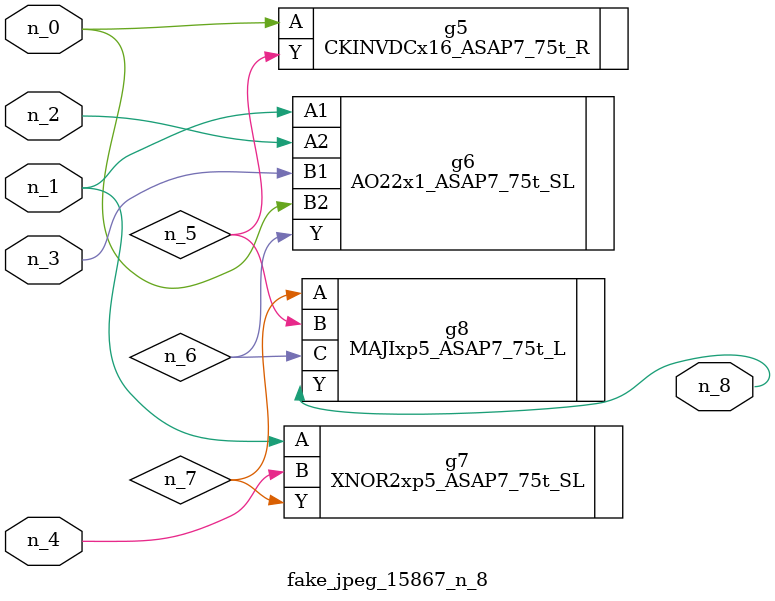
<source format=v>
module fake_jpeg_15867_n_8 (n_3, n_2, n_1, n_0, n_4, n_8);

input n_3;
input n_2;
input n_1;
input n_0;
input n_4;

output n_8;

wire n_6;
wire n_5;
wire n_7;

CKINVDCx16_ASAP7_75t_R g5 ( 
.A(n_0),
.Y(n_5)
);

AO22x1_ASAP7_75t_SL g6 ( 
.A1(n_1),
.A2(n_2),
.B1(n_3),
.B2(n_0),
.Y(n_6)
);

XNOR2xp5_ASAP7_75t_SL g7 ( 
.A(n_1),
.B(n_4),
.Y(n_7)
);

MAJIxp5_ASAP7_75t_L g8 ( 
.A(n_7),
.B(n_5),
.C(n_6),
.Y(n_8)
);


endmodule
</source>
